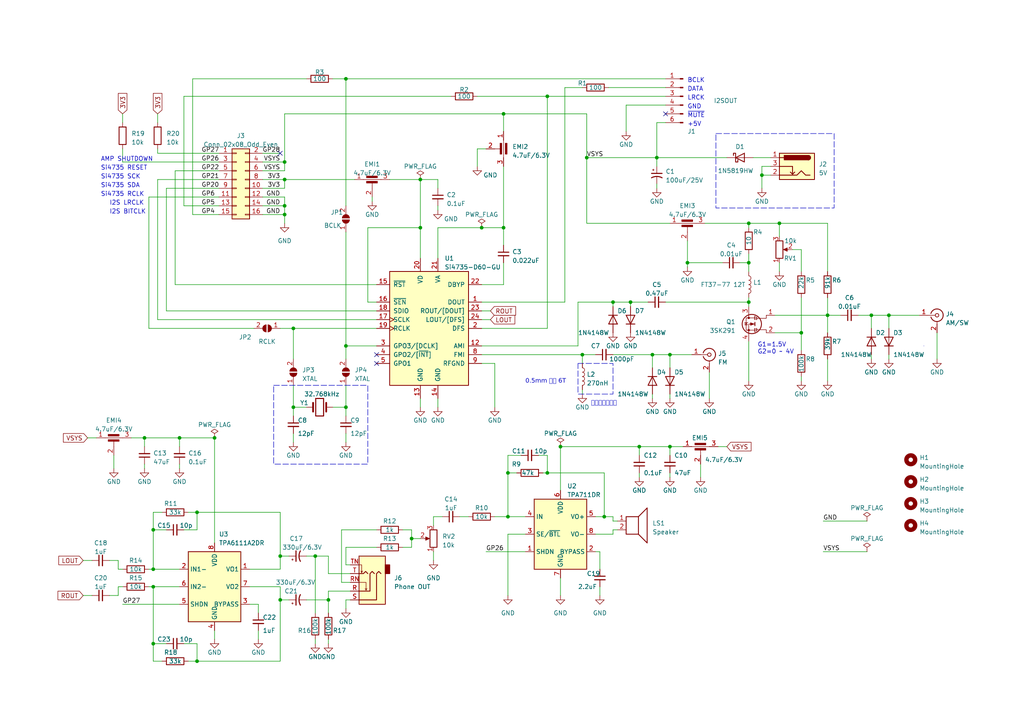
<source format=kicad_sch>
(kicad_sch (version 20230121) (generator eeschema)
  (paper "A4")
  (title_block (title "SI4735 DSP RADIO RF BOARD") (date "2023/3/18") (rev "0.1") (company "JP3SRS Masahiro Kusunoki"))
  (lib_symbols
    (symbol "Connector:Barrel_Jack_Switch" (pin_names hide)
      (property "Reference" "J" (at 0 5.334 0))
      (property "Value" "Barrel_Jack_Switch" (at 0 -5.08 0))
      (symbol "Barrel_Jack_Switch_1_1"
        (pin passive line (at 7.62 2.54 180) (length 2.54) (name "~") (number "1"))
        (pin passive line (at 7.62 -2.54 180) (length 2.54) (name "~") (number "2"))
        (pin passive line (at 7.62 0 180) (length 2.54) (name "~") (number "3"))
      )
    )
    (symbol "Connector:Conn_01x06_Pin" (pin_names (offset 1.016) hide)
      (property "Reference" "J" (at 0 7.62 0))
      (property "Value" "Conn_01x06_Pin" (at 0 -10.16 0))
      (symbol "Conn_01x06_Pin_1_1"
        (pin passive line (at 5.08 5.08 180) (length 3.81) (name "Pin_1") (number "1"))
        (pin passive line (at 5.08 2.54 180) (length 3.81) (name "Pin_2") (number "2"))
        (pin passive line (at 5.08 0 180) (length 3.81) (name "Pin_3") (number "3"))
        (pin passive line (at 5.08 -2.54 180) (length 3.81) (name "Pin_4") (number "4"))
        (pin passive line (at 5.08 -5.08 180) (length 3.81) (name "Pin_5") (number "5"))
        (pin passive line (at 5.08 -7.62 180) (length 3.81) (name "Pin_6") (number "6"))
      )
    )
    (symbol "Connector:Conn_Coaxial" (pin_names (offset 1.016) hide)
      (property "Reference" "J" (at 0.254 3.048 0))
      (property "Value" "Conn_Coaxial" (at 2.921 0 90))
      (symbol "Conn_Coaxial_1_1"
        (pin passive line (at -5.08 0 0) (length 2.54) (name "In") (number "1"))
        (pin passive line (at 0 -5.08 90) (length 2.54) (name "Ext") (number "2"))
      )
    )
    (symbol "Connector_Audio:AudioJack3_SwitchTR"
      (property "Reference" "J" (at 0 8.89 0))
      (property "Value" "AudioJack3_SwitchTR" (at 0 6.35 0))
      (symbol "AudioJack3_SwitchTR_1_1"
        (pin passive line (at 5.08 0 180) (length 2.54) (name "~") (number "R"))
        (pin passive line (at 5.08 -2.54 180) (length 2.54) (name "~") (number "RN"))
        (pin passive line (at 5.08 2.54 180) (length 2.54) (name "~") (number "S"))
        (pin passive line (at 5.08 -5.08 180) (length 2.54) (name "~") (number "T"))
        (pin passive line (at 5.08 -7.62 180) (length 2.54) (name "~") (number "TN"))
      )
    )
    (symbol "Connector_Generic:Conn_02x08_Odd_Even" (pin_names (offset 1.016) hide)
      (property "Reference" "J" (at 1.27 10.16 0))
      (property "Value" "Conn_02x08_Odd_Even" (at 1.27 -12.7 0))
      (symbol "Conn_02x08_Odd_Even_1_1"
        (pin passive line (at -5.08 7.62 0) (length 3.81) (name "Pin_1") (number "1"))
        (pin passive line (at 7.62 -2.54 180) (length 3.81) (name "Pin_10") (number "10"))
        (pin passive line (at -5.08 -5.08 0) (length 3.81) (name "Pin_11") (number "11"))
        (pin passive line (at 7.62 -5.08 180) (length 3.81) (name "Pin_12") (number "12"))
        (pin passive line (at -5.08 -7.62 0) (length 3.81) (name "Pin_13") (number "13"))
        (pin passive line (at 7.62 -7.62 180) (length 3.81) (name "Pin_14") (number "14"))
        (pin passive line (at -5.08 -10.16 0) (length 3.81) (name "Pin_15") (number "15"))
        (pin passive line (at 7.62 -10.16 180) (length 3.81) (name "Pin_16") (number "16"))
        (pin passive line (at 7.62 7.62 180) (length 3.81) (name "Pin_2") (number "2"))
        (pin passive line (at -5.08 5.08 0) (length 3.81) (name "Pin_3") (number "3"))
        (pin passive line (at 7.62 5.08 180) (length 3.81) (name "Pin_4") (number "4"))
        (pin passive line (at -5.08 2.54 0) (length 3.81) (name "Pin_5") (number "5"))
        (pin passive line (at 7.62 2.54 180) (length 3.81) (name "Pin_6") (number "6"))
        (pin passive line (at -5.08 0 0) (length 3.81) (name "Pin_7") (number "7"))
        (pin passive line (at 7.62 0 180) (length 3.81) (name "Pin_8") (number "8"))
        (pin passive line (at -5.08 -2.54 0) (length 3.81) (name "Pin_9") (number "9"))
      )
    )
    (symbol "Device:C_Polarized_Small_US" (pin_numbers hide) (pin_names (offset 0.254) hide)
      (property "Reference" "C" (at 0.254 1.778 0))
      (property "Value" "C_Polarized_Small_US" (at 0.254 -2.032 0))
      (symbol "C_Polarized_Small_US_1_1"
        (pin passive line (at 0 2.54 270) (length 2.032) (name "~") (number "1"))
        (pin passive line (at 0 -2.54 90) (length 2.032) (name "~") (number "2"))
      )
    )
    (symbol "Device:C_Small" (pin_numbers hide) (pin_names (offset 0.254) hide)
      (property "Reference" "C" (at 0.254 1.778 0))
      (property "Value" "C_Small" (at 0.254 -2.032 0))
      (symbol "C_Small_1_1"
        (pin passive line (at 0 2.54 270) (length 2.032) (name "~") (number "1"))
        (pin passive line (at 0 -2.54 90) (length 2.032) (name "~") (number "2"))
      )
    )
    (symbol "Device:Crystal" (pin_numbers hide) (pin_names (offset 1.016) hide)
      (property "Reference" "Y" (at 0 3.81 0))
      (property "Value" "Crystal" (at 0 -3.81 0))
      (symbol "Crystal_1_1"
        (pin passive line (at -3.81 0 0) (length 1.27) (name "1") (number "1"))
        (pin passive line (at 3.81 0 180) (length 1.27) (name "2") (number "2"))
      )
    )
    (symbol "Device:Filter_EMI_C" (pin_names (offset 0.254) hide)
      (property "Reference" "C" (at 0 7.62 0))
      (property "Value" "Filter_EMI_C" (at 0 5.715 0))
      (symbol "Filter_EMI_C_1_1"
        (pin passive line (at -5.08 2.54 0) (length 2.54) (name "1") (number "1"))
        (pin passive line (at 0 -2.54 90) (length 2.54) (name "2") (number "2"))
        (pin passive line (at 5.08 2.54 180) (length 2.54) (name "3") (number "3"))
      )
    )
    (symbol "Device:L" (pin_numbers hide) (pin_names (offset 1.016) hide)
      (property "Reference" "L" (at -1.27 0 90))
      (property "Value" "L" (at 1.905 0 90))
      (symbol "L_1_1"
        (pin passive line (at 0 3.81 270) (length 1.27) (name "1") (number "1"))
        (pin passive line (at 0 -3.81 90) (length 1.27) (name "2") (number "2"))
      )
    )
    (symbol "Device:R" (pin_numbers hide) (pin_names (offset 0))
      (property "Reference" "R" (at 2.032 0 90))
      (property "Value" "R" (at 0 0 90))
      (symbol "R_1_1"
        (pin passive line (at 0 3.81 270) (length 1.27) (name "~") (number "1"))
        (pin passive line (at 0 -3.81 90) (length 1.27) (name "~") (number "2"))
      )
    )
    (symbol "Device:R_Potentiometer" (pin_names (offset 1.016) hide)
      (property "Reference" "RV" (at -4.445 0 90))
      (property "Value" "R_Potentiometer" (at -2.54 0 90))
      (symbol "R_Potentiometer_1_1"
        (pin passive line (at 0 3.81 270) (length 1.27) (name "1") (number "1"))
        (pin passive line (at 3.81 0 180) (length 1.27) (name "2") (number "2"))
        (pin passive line (at 0 -3.81 90) (length 1.27) (name "3") (number "3"))
      )
    )
    (symbol "Device:Speaker" (pin_names (offset 0) hide)
      (property "Reference" "LS" (at 1.27 5.715 0))
      (property "Value" "Speaker" (at 1.27 3.81 0))
      (symbol "Speaker_1_1"
        (pin input line (at -5.08 0 0) (length 2.54) (name "1") (number "1"))
        (pin input line (at -5.08 -2.54 0) (length 2.54) (name "2") (number "2"))
      )
    )
    (symbol "Diode:1N4148" (pin_numbers hide) (pin_names hide)
      (property "Reference" "D" (at 0 2.54 0))
      (property "Value" "1N4148" (at 0 -2.54 0))
      (symbol "1N4148_1_1"
        (pin passive line (at -3.81 0 0) (length 2.54) (name "K") (number "1"))
        (pin passive line (at 3.81 0 180) (length 2.54) (name "A") (number "2"))
      )
    )
    (symbol "Diode:1N5819WS" (pin_numbers hide) (pin_names (offset 1.016) hide)
      (property "Reference" "D" (at 0 2.54 0))
      (property "Value" "1N5819WS" (at 0 -2.54 0))
      (symbol "1N5819WS_1_1"
        (pin passive line (at -3.81 0 0) (length 2.54) (name "K") (number "1"))
        (pin passive line (at 3.81 0 180) (length 2.54) (name "A") (number "2"))
      )
    )
    (symbol "Jumper:SolderJumper_2_Open" (pin_names (offset 0) hide)
      (property "Reference" "JP" (at 0 2.032 0))
      (property "Value" "SolderJumper_2_Open" (at 0 -2.54 0))
      (symbol "SolderJumper_2_Open_1_1"
        (pin passive line (at -3.81 0 0) (length 2.54) (name "A") (number "1"))
        (pin passive line (at 3.81 0 180) (length 2.54) (name "B") (number "2"))
      )
    )
    (symbol "Mechanical:MountingHole" (pin_names (offset 1.016))
      (property "Reference" "H" (at 0 5.08 0))
      (property "Value" "MountingHole" (at 0 3.175 0))
    )
    (symbol "RF_AM_FM:Si4735-D60-GU" (pin_names (offset 1.016))
      (property "Reference" "U" (at -5.08 19.685 0))
      (property "Value" "Si4735-D60-GU" (at -5.08 17.78 0))
      (symbol "Si4735-D60-GU_1_1"
        (pin output line (at 15.24 7.62 180) (length 3.81) (name "DOUT") (number "1"))
        (pin no_connect line (at -5.08 -16.51 90) (length 3.81) hide (name "NC") (number "10"))
        (pin no_connect line (at 5.08 -16.51 90) (length 3.81) hide (name "NC") (number "11"))
        (pin input line (at 15.24 -5.08 180) (length 3.81) (name "AMI") (number "12"))
        (pin power_in line (at -2.54 -20.32 90) (length 3.81) (name "GND") (number "13"))
        (pin power_in line (at 2.54 -20.32 90) (length 3.81) (name "GND") (number "14"))
        (pin input line (at -15.24 12.7 0) (length 3.81) (name "~{RST}") (number "15"))
        (pin input line (at -15.24 7.62 0) (length 3.81) (name "~{SEN}") (number "16"))
        (pin input clock (at -15.24 2.54 0) (length 3.81) (name "SCLK") (number "17"))
        (pin bidirectional line (at -15.24 5.08 0) (length 3.81) (name "SDIO") (number "18"))
        (pin input clock (at -15.24 0 0) (length 3.81) (name "RCLK") (number "19"))
        (pin input line (at 15.24 0 180) (length 3.81) (name "DFS") (number "2"))
        (pin power_in line (at -2.54 20.32 270) (length 3.81) (name "VD") (number "20"))
        (pin power_in line (at 2.54 20.32 270) (length 3.81) (name "VA") (number "21"))
        (pin passive line (at 15.24 12.7 180) (length 3.81) (name "DBYP") (number "22"))
        (pin output line (at 15.24 5.08 180) (length 3.81) (name "ROUT/[DOUT]") (number "23"))
        (pin bidirectional line (at 15.24 2.54 180) (length 3.81) (name "LOUT/[DFS]") (number "24"))
        (pin bidirectional line (at -15.24 -5.08 0) (length 3.81) (name "GPO3/[DCLK]") (number "3"))
        (pin output line (at -15.24 -7.62 0) (length 3.81) (name "GPO2/[~{INT}]") (number "4"))
        (pin output line (at -15.24 -10.16 0) (length 3.81) (name "GPO1") (number "5"))
        (pin no_connect line (at -11.43 -12.7 0) (length 3.81) hide (name "NC") (number "6"))
        (pin no_connect line (at 11.43 -12.7 180) (length 3.81) hide (name "NC") (number "7"))
        (pin input line (at 15.24 -7.62 180) (length 3.81) (name "FMI") (number "8"))
        (pin power_in line (at 15.24 -10.16 180) (length 3.81) (name "RFGND") (number "9"))
      )
    )
    (symbol "_localSymbolLibrary:3SK291" (pin_names hide)
      (property "Reference" "Q" (at 5.08 1.905 0))
      (property "Value" "3SK291" (at 5.08 0 0))
      (symbol "3SK291_1_1"
        (pin passive line (at -5.08 2.54 0) (length 2.54) (name "G1") (number "1"))
        (pin passive line (at -5.08 -2.54 0) (length 2.54) (name "G2") (number "2"))
        (pin passive line (at 2.54 5.08 270) (length 2.54) (name "D") (number "3"))
        (pin passive line (at 2.54 -5.08 90) (length 2.54) (name "S") (number "4"))
      )
    )
    (symbol "_localSymbolLibrary:TPA6111A2DR"
      (property "Reference" "U" (at -6.35 11.43 0))
      (property "Value" "TPA6111A2DR" (at 6.35 11.43 0))
      (symbol "TPA6111A2DR_1_1"
        (pin output line (at 10.16 5.08 180) (length 2.54) (name "VO1") (number "1"))
        (pin input line (at -10.16 5.08 0) (length 2.54) (name "IN1-") (number "2"))
        (pin passive line (at 10.16 -5.08 180) (length 2.54) (name "BYPASS") (number "3"))
        (pin passive line (at 0 -12.7 90) (length 2.54) hide (name "GND") (number "4"))
        (pin power_in line (at 0 -12.7 90) (length 2.54) (name "GND") (number "4"))
        (pin input line (at -10.16 -5.08 0) (length 2.54) (name "SHDN") (number "5"))
        (pin input line (at -10.16 0 0) (length 2.54) (name "IN2-") (number "6"))
        (pin output line (at 10.16 0 180) (length 2.54) (name "VO2") (number "7"))
        (pin power_in line (at 0 12.7 270) (length 2.54) (name "VDD") (number "8"))
      )
    )
    (symbol "_localSymbolLibrary:TPA711DR"
      (property "Reference" "U" (at -6.35 11.43 0))
      (property "Value" "TPA711DR" (at 6.35 11.43 0))
      (symbol "TPA711DR_1_1"
        (pin input line (at -10.16 -5.08 0) (length 2.54) (name "SHDN") (number "1"))
        (pin passive line (at 10.16 -5.08 180) (length 2.54) (name "BYPASS") (number "2"))
        (pin input line (at -10.16 0 0) (length 2.54) (name "SE/~{BTL}") (number "3"))
        (pin input line (at -10.16 5.08 0) (length 2.54) (name "IN") (number "4"))
        (pin output line (at 10.16 5.08 180) (length 2.54) (name "VO+") (number "5"))
        (pin power_in line (at 0 12.7 270) (length 2.54) (name "VDD") (number "6"))
        (pin passive line (at 0 -12.7 90) (length 2.54) hide (name "GND") (number "7"))
        (pin power_in line (at 0 -12.7 90) (length 2.54) (name "GND") (number "7"))
        (pin output line (at 10.16 0 180) (length 2.54) (name "VO-") (number "8"))
      )
    )
    (symbol "power:GND" (power) (pin_names (offset 0))
      (property "Value" "GND" (at 0 -3.81 0))
      (symbol "GND_1_1"
        (pin power_in line (at 0 0 270) (length 0) hide (name "GND") (number "1"))
      )
    )
    (symbol "power:PWR_FLAG" (power) (pin_numbers hide) (pin_names (offset 0) hide)
      (property "Value" "PWR_FLAG" (at 0 3.81 0))
      (symbol "PWR_FLAG_0_0"
        (pin power_out line (at 0 0 90) (length 0) (name "pwr") (number "1"))
      )
    )
  )
  (junction (at 57.15 191.77))
  (junction (at 147.32 137.16))
  (junction (at 62.23 127))
  (junction (at 121.92 66.04))
  (junction (at 41.91 127))
  (junction (at 82.55 59.69))
  (junction (at 232.41 96.52))
  (junction (at 119.38 156.21))
  (junction (at 44.45 153.67))
  (junction (at 139.7 66.04))
  (junction (at 257.81 91.44))
  (junction (at 146.05 33.02))
  (junction (at 226.06 64.77))
  (junction (at 121.92 52.07))
  (junction (at 190.5 45.72))
  (junction (at 82.55 52.07))
  (junction (at 158.75 137.16))
  (junction (at 44.45 165.1))
  (junction (at 57.15 148.59))
  (junction (at 252.73 91.44))
  (junction (at 170.18 45.72))
  (junction (at 95.25 173.99))
  (junction (at 177.8 87.63))
  (junction (at 85.09 118.11))
  (junction (at 52.07 127))
  (junction (at 199.39 76.2))
  (junction (at 194.31 102.87))
  (junction (at 100.33 100.33))
  (junction (at 168.91 102.87))
  (junction (at 162.56 129.54))
  (junction (at 240.03 91.44))
  (junction (at 81.28 173.99))
  (junction (at 82.55 46.99))
  (junction (at 220.98 50.8))
  (junction (at 44.45 170.18))
  (junction (at 217.17 87.63))
  (junction (at 91.44 161.29))
  (junction (at 146.05 66.04))
  (junction (at 85.09 95.25))
  (junction (at 81.28 161.29))
  (junction (at 82.55 62.23))
  (junction (at 147.32 149.86))
  (junction (at 217.17 64.77))
  (junction (at 185.42 129.54))
  (junction (at 158.75 27.94))
  (junction (at 194.31 129.54))
  (junction (at 189.23 102.87))
  (junction (at 100.33 118.11))
  (junction (at 217.17 76.2))
  (junction (at 44.45 186.69))
  (junction (at 100.33 22.86))
  (junction (at 175.26 149.86))
  (junction (at 182.88 87.63))
  (no_connect (at 109.22 102.87))
  (no_connect (at 81.28 44.45))
  (no_connect (at 193.04 33.02))
  (no_connect (at 109.22 105.41))
  (wire (pts (xy 232.41 78.74) (xy 232.41 72.39)))
  (wire (pts (xy 162.56 129.54) (xy 162.56 142.24)))
  (wire (pts (xy 199.39 76.2) (xy 209.55 76.2)))
  (wire (pts (xy 91.44 177.8) (xy 91.44 161.29)))
  (wire (pts (xy 199.39 76.2) (xy 199.39 69.85)))
  (wire (pts (xy 48.26 186.69) (xy 44.45 186.69)))
  (wire (pts (xy 170.18 45.72) (xy 190.5 45.72)))
  (wire (pts (xy 127 59.69) (xy 127 60.96)))
  (wire (pts (xy 179.07 151.13) (xy 177.8 151.13)))
  (wire (pts (xy 82.55 46.99) (xy 82.55 49.53)))
  (wire (pts (xy 81.28 148.59) (xy 57.15 148.59)))
  (wire (pts (xy 76.2 54.61) (xy 82.55 54.61)))
  (wire (pts (xy 52.07 127) (xy 52.07 129.54)))
  (wire (pts (xy 100.33 22.86) (xy 100.33 59.69)))
  (wire (pts (xy 121.92 52.07) (xy 121.92 66.04)))
  (wire (pts (xy 194.31 102.87) (xy 200.66 102.87)))
  (wire (pts (xy 173.99 170.18) (xy 173.99 172.72)))
  (wire (pts (xy 106.68 87.63) (xy 106.68 66.04)))
  (wire (pts (xy 101.6 166.37) (xy 95.25 166.37)))
  (wire (pts (xy 95.25 166.37) (xy 95.25 161.29)))
  (wire (pts (xy 146.05 33.02) (xy 170.18 33.02)))
  (wire (pts (xy 181.61 30.48) (xy 181.61 38.1)))
  (wire (pts (xy 127 52.07) (xy 127 54.61)))
  (wire (pts (xy 100.33 118.11) (xy 100.33 120.65)))
  (wire (pts (xy 34.29 165.1) (xy 35.56 165.1)))
  (wire (pts (xy 224.79 91.44) (xy 240.03 91.44)))
  (wire (pts (xy 46.99 191.77) (xy 44.45 191.77)))
  (wire (pts (xy 119.38 153.67) (xy 119.38 156.21)))
  (wire (pts (xy 76.2 57.15) (xy 82.55 57.15)))
  (wire (pts (xy 43.18 95.25) (xy 73.66 95.25)))
  (wire (pts (xy 119.38 158.75) (xy 116.84 158.75)))
  (wire (pts (xy 88.9 118.11) (xy 85.09 118.11)))
  (wire (pts (xy 139.7 87.63) (xy 163.83 87.63)))
  (wire (pts (xy 198.12 129.54) (xy 194.31 129.54)))
  (wire (pts (xy 158.75 27.94) (xy 158.75 95.25)))
  (wire (pts (xy 217.17 76.2) (xy 214.63 76.2)))
  (wire (pts (xy 35.56 43.18) (xy 35.56 46.99)))
  (wire (pts (xy 57.15 186.69) (xy 57.15 191.77)))
  (wire (pts (xy 252.73 91.44) (xy 257.81 91.44)))
  (wire (pts (xy 53.34 27.94) (xy 130.81 27.94)))
  (wire (pts (xy 88.9 173.99) (xy 95.25 173.99)))
  (wire (pts (xy 177.8 154.94) (xy 172.72 154.94)))
  (wire (pts (xy 44.45 148.59) (xy 44.45 153.67)))
  (wire (pts (xy 48.26 54.61) (xy 63.5 54.61)))
  (wire (pts (xy 232.41 86.36) (xy 232.41 96.52)))
  (wire (pts (xy 76.2 59.69) (xy 82.55 59.69)))
  (wire (pts (xy 127 115.57) (xy 127 118.11)))
  (wire (pts (xy 170.18 45.72) (xy 170.18 33.02)))
  (wire (pts (xy 217.17 73.66) (xy 217.17 76.2)))
  (wire (pts (xy 149.86 137.16) (xy 147.32 137.16)))
  (wire (pts (xy 100.33 111.76) (xy 100.33 118.11)))
  (wire (pts (xy 45.72 33.02) (xy 45.72 35.56)))
  (wire (pts (xy 76.2 49.53) (xy 82.55 49.53)))
  (wire (pts (xy 142.24 90.17) (xy 139.7 90.17)))
  (wire (pts (xy 179.07 153.67) (xy 177.8 153.67)))
  (wire (pts (xy 55.88 22.86) (xy 55.88 62.23)))
  (wire (pts (xy 156.21 132.08) (xy 158.75 132.08)))
  (wire (pts (xy 238.76 160.02) (xy 251.46 160.02)))
  (wire (pts (xy 138.43 27.94) (xy 158.75 27.94)))
  (wire (pts (xy 101.6 163.83) (xy 100.33 163.83)))
  (wire (pts (xy 85.09 125.73) (xy 85.09 128.27)))
  (wire (pts (xy 226.06 68.58) (xy 226.06 64.77)))
  (wire (pts (xy 167.64 87.63) (xy 167.64 100.33)))
  (wire (pts (xy 100.33 67.31) (xy 100.33 100.33)))
  (wire (pts (xy 113.03 52.07) (xy 121.92 52.07)))
  (wire (pts (xy 96.52 118.11) (xy 100.33 118.11)))
  (wire (pts (xy 190.5 48.26) (xy 190.5 45.72)))
  (wire (pts (xy 152.4 160.02) (xy 140.97 160.02)))
  (wire (pts (xy 102.87 52.07) (xy 82.55 52.07)))
  (wire (pts (xy 24.13 162.56) (xy 26.67 162.56)))
  (wire (pts (xy 139.7 105.41) (xy 143.51 105.41)))
  (wire (pts (xy 147.32 149.86) (xy 143.51 149.86)))
  (wire (pts (xy 62.23 127) (xy 62.23 157.48)))
  (wire (pts (xy 223.52 45.72) (xy 218.44 45.72)))
  (wire (pts (xy 173.99 160.02) (xy 173.99 165.1)))
  (wire (pts (xy 91.44 185.42) (xy 91.44 186.69)))
  (wire (pts (xy 101.6 171.45) (xy 95.25 171.45)))
  (wire (pts (xy 199.39 77.47) (xy 199.39 76.2)))
  (wire (pts (xy 95.25 171.45) (xy 95.25 173.99)))
  (wire (pts (xy 76.2 52.07) (xy 82.55 52.07)))
  (wire (pts (xy 162.56 167.64) (xy 162.56 172.72)))
  (wire (pts (xy 185.42 137.16) (xy 185.42 138.43)))
  (wire (pts (xy 44.45 186.69) (xy 44.45 191.77)))
  (wire (pts (xy 240.03 104.14) (xy 240.03 110.49)))
  (wire (pts (xy 83.82 161.29) (xy 81.28 161.29)))
  (wire (pts (xy 224.79 96.52) (xy 232.41 96.52)))
  (wire (pts (xy 82.55 33.02) (xy 82.55 46.99)))
  (wire (pts (xy 88.9 22.86) (xy 55.88 22.86)))
  (wire (pts (xy 99.06 153.67) (xy 99.06 168.91)))
  (wire (pts (xy 82.55 59.69) (xy 82.55 62.23)))
  (wire (pts (xy 151.13 132.08) (xy 147.32 132.08)))
  (wire (pts (xy 177.8 88.9) (xy 177.8 87.63)))
  (wire (pts (xy 121.92 118.11) (xy 121.92 115.57)))
  (wire (pts (xy 109.22 87.63) (xy 106.68 87.63)))
  (wire (pts (xy 168.91 105.41) (xy 168.91 102.87)))
  (wire (pts (xy 50.8 82.55) (xy 109.22 82.55)))
  (wire (pts (xy 74.93 175.26) (xy 74.93 177.8)))
  (wire (pts (xy 25.4 127) (xy 27.94 127)))
  (wire (pts (xy 62.23 182.88) (xy 62.23 185.42)))
  (wire (pts (xy 252.73 95.25) (xy 252.73 91.44)))
  (wire (pts (xy 33.02 132.08) (xy 33.02 135.89)))
  (wire (pts (xy 50.8 49.53) (xy 63.5 49.53)))
  (wire (pts (xy 182.88 87.63) (xy 177.8 87.63)))
  (wire (pts (xy 204.47 64.77) (xy 217.17 64.77)))
  (wire (pts (xy 48.26 90.17) (xy 109.22 90.17)))
  (wire (pts (xy 88.9 161.29) (xy 91.44 161.29)))
  (wire (pts (xy 194.31 106.68) (xy 194.31 102.87)))
  (wire (pts (xy 189.23 102.87) (xy 177.8 102.87)))
  (wire (pts (xy 46.99 148.59) (xy 44.45 148.59)))
  (wire (pts (xy 243.84 91.44) (xy 240.03 91.44)))
  (wire (pts (xy 81.28 148.59) (xy 81.28 161.29)))
  (wire (pts (xy 76.2 44.45) (xy 81.28 44.45)))
  (wire (pts (xy 55.88 62.23) (xy 63.5 62.23)))
  (wire (pts (xy 109.22 153.67) (xy 99.06 153.67)))
  (wire (pts (xy 217.17 87.63) (xy 217.17 88.9)))
  (wire (pts (xy 194.31 132.08) (xy 194.31 129.54)))
  (wire (pts (xy 31.75 172.72) (xy 34.29 172.72)))
  (wire (pts (xy 146.05 82.55) (xy 139.7 82.55)))
  (wire (pts (xy 189.23 106.68) (xy 189.23 102.87)))
  (wire (pts (xy 205.74 107.95) (xy 205.74 115.57)))
  (wire (pts (xy 217.17 64.77) (xy 217.17 66.04)))
  (wire (pts (xy 125.73 149.86) (xy 125.73 152.4)))
  (wire (pts (xy 158.75 95.25) (xy 139.7 95.25)))
  (wire (pts (xy 53.34 186.69) (xy 57.15 186.69)))
  (wire (pts (xy 147.32 137.16) (xy 147.32 149.86)))
  (wire (pts (xy 95.25 185.42) (xy 95.25 186.69)))
  (wire (pts (xy 163.83 87.63) (xy 163.83 25.4)))
  (wire (pts (xy 152.4 154.94) (xy 147.32 154.94)))
  (wire (pts (xy 81.28 161.29) (xy 81.28 165.1)))
  (wire (pts (xy 232.41 109.22) (xy 232.41 110.49)))
  (wire (pts (xy 210.82 129.54) (xy 208.28 129.54)))
  (wire (pts (xy 147.32 154.94) (xy 147.32 172.72)))
  (wire (pts (xy 101.6 173.99) (xy 100.33 173.99)))
  (wire (pts (xy 91.44 161.29) (xy 95.25 161.29)))
  (wire (pts (xy 240.03 91.44) (xy 240.03 96.52)))
  (wire (pts (xy 96.52 22.86) (xy 100.33 22.86)))
  (wire (pts (xy 139.7 102.87) (xy 168.91 102.87)))
  (wire (pts (xy 44.45 153.67) (xy 48.26 153.67)))
  (wire (pts (xy 146.05 71.12) (xy 146.05 66.04)))
  (wire (pts (xy 38.1 127) (xy 41.91 127)))
  (wire (pts (xy 147.32 132.08) (xy 147.32 137.16)))
  (wire (pts (xy 187.96 87.63) (xy 182.88 87.63)))
  (wire (pts (xy 193.04 87.63) (xy 217.17 87.63)))
  (wire (pts (xy 35.56 33.02) (xy 35.56 35.56)))
  (wire (pts (xy 116.84 153.67) (xy 119.38 153.67)))
  (wire (pts (xy 193.04 27.94) (xy 158.75 27.94)))
  (wire (pts (xy 257.81 91.44) (xy 266.7 91.44)))
  (wire (pts (xy 81.28 170.18) (xy 72.39 170.18)))
  (wire (pts (xy 142.24 92.71) (xy 139.7 92.71)))
  (wire (pts (xy 81.28 173.99) (xy 81.28 170.18)))
  (wire (pts (xy 100.33 158.75) (xy 109.22 158.75)))
  (wire (pts (xy 217.17 99.06) (xy 217.17 110.49)))
  (wire (pts (xy 106.68 66.04) (xy 121.92 66.04)))
  (wire (pts (xy 181.61 30.48) (xy 193.04 30.48)))
  (wire (pts (xy 45.72 52.07) (xy 63.5 52.07)))
  (wire (pts (xy 81.28 95.25) (xy 85.09 95.25)))
  (wire (pts (xy 185.42 129.54) (xy 185.42 132.08)))
  (wire (pts (xy 44.45 153.67) (xy 44.45 165.1)))
  (wire (pts (xy 57.15 148.59) (xy 57.15 153.67)))
  (wire (pts (xy 34.29 170.18) (xy 35.56 170.18)))
  (wire (pts (xy 52.07 134.62) (xy 52.07 135.89)))
  (wire (pts (xy 125.73 160.02) (xy 125.73 162.56)))
  (wire (pts (xy 271.78 96.52) (xy 271.78 104.14)))
  (wire (pts (xy 238.76 151.13) (xy 251.46 151.13)))
  (wire (pts (xy 34.29 172.72) (xy 34.29 170.18)))
  (wire (pts (xy 48.26 54.61) (xy 48.26 90.17)))
  (wire (pts (xy 127 66.04) (xy 127 74.93)))
  (wire (pts (xy 158.75 137.16) (xy 157.48 137.16)))
  (wire (pts (xy 232.41 96.52) (xy 232.41 101.6)))
  (wire (pts (xy 177.8 87.63) (xy 167.64 87.63)))
  (wire (pts (xy 101.6 168.91) (xy 99.06 168.91)))
  (wire (pts (xy 220.98 50.8) (xy 220.98 54.61)))
  (wire (pts (xy 121.92 52.07) (xy 127 52.07)))
  (wire (pts (xy 41.91 134.62) (xy 41.91 135.89)))
  (wire (pts (xy 194.31 64.77) (xy 170.18 64.77)))
  (wire (pts (xy 138.43 43.18) (xy 138.43 48.26)))
  (wire (pts (xy 170.18 64.77) (xy 170.18 45.72)))
  (wire (pts (xy 44.45 165.1) (xy 52.07 165.1)))
  (wire (pts (xy 193.04 35.56) (xy 190.5 35.56)))
  (wire (pts (xy 85.09 104.14) (xy 85.09 95.25)))
  (wire (pts (xy 100.33 125.73) (xy 100.33 128.27)))
  (wire (pts (xy 146.05 66.04) (xy 139.7 66.04)))
  (wire (pts (xy 100.33 163.83) (xy 100.33 158.75)))
  (wire (pts (xy 182.88 88.9) (xy 182.88 87.63)))
  (wire (pts (xy 43.18 57.15) (xy 63.5 57.15)))
  (wire (pts (xy 85.09 118.11) (xy 85.09 120.65)))
  (wire (pts (xy 172.72 149.86) (xy 175.26 149.86)))
  (wire (pts (xy 175.26 137.16) (xy 158.75 137.16)))
  (wire (pts (xy 35.56 46.99) (xy 63.5 46.99)))
  (wire (pts (xy 121.92 74.93) (xy 121.92 66.04)))
  (wire (pts (xy 82.55 62.23) (xy 82.55 64.77)))
  (wire (pts (xy 226.06 64.77) (xy 240.03 64.77)))
  (wire (pts (xy 194.31 137.16) (xy 194.31 138.43)))
  (wire (pts (xy 41.91 129.54) (xy 41.91 127)))
  (wire (pts (xy 190.5 35.56) (xy 190.5 45.72)))
  (wire (pts (xy 146.05 38.1) (xy 146.05 33.02)))
  (wire (pts (xy 223.52 50.8) (xy 220.98 50.8)))
  (wire (pts (xy 146.05 82.55) (xy 146.05 76.2)))
  (wire (pts (xy 44.45 170.18) (xy 44.45 186.69)))
  (wire (pts (xy 173.99 160.02) (xy 172.72 160.02)))
  (wire (pts (xy 176.53 25.4) (xy 193.04 25.4)))
  (wire (pts (xy 185.42 129.54) (xy 162.56 129.54)))
  (wire (pts (xy 100.33 173.99) (xy 100.33 176.53)))
  (wire (pts (xy 140.97 43.18) (xy 138.43 43.18)))
  (wire (pts (xy 217.17 64.77) (xy 226.06 64.77)))
  (wire (pts (xy 85.09 95.25) (xy 109.22 95.25)))
  (wire (pts (xy 107.95 57.15) (xy 107.95 58.42)))
  (wire (pts (xy 257.81 95.25) (xy 257.81 91.44)))
  (wire (pts (xy 158.75 132.08) (xy 158.75 137.16)))
  (wire (pts (xy 252.73 91.44) (xy 248.92 91.44)))
  (wire (pts (xy 52.07 127) (xy 62.23 127)))
  (wire (pts (xy 252.73 102.87) (xy 252.73 104.14)))
  (wire (pts (xy 95.25 177.8) (xy 95.25 173.99)))
  (wire (pts (xy 82.55 57.15) (xy 82.55 59.69)))
  (wire (pts (xy 163.83 25.4) (xy 168.91 25.4)))
  (wire (pts (xy 85.09 111.76) (xy 85.09 118.11)))
  (wire (pts (xy 81.28 191.77) (xy 57.15 191.77)))
  (wire (pts (xy 43.18 170.18) (xy 44.45 170.18)))
  (wire (pts (xy 125.73 149.86) (xy 128.27 149.86)))
  (wire (pts (xy 143.51 105.41) (xy 143.51 118.11)))
  (wire (pts (xy 217.17 86.36) (xy 217.17 87.63)))
  (wire (pts (xy 45.72 44.45) (xy 45.72 43.18)))
  (wire (pts (xy 53.34 27.94) (xy 53.34 59.69)))
  (wire (pts (xy 82.55 54.61) (xy 82.55 52.07)))
  (wire (pts (xy 177.8 153.67) (xy 177.8 154.94)))
  (wire (pts (xy 226.06 76.2) (xy 226.06 78.74)))
  (wire (pts (xy 168.91 113.03) (xy 168.91 114.3)))
  (wire (pts (xy 223.52 48.26) (xy 220.98 48.26)))
  (wire (pts (xy 240.03 78.74) (xy 240.03 64.77)))
  (wire (pts (xy 133.35 149.86) (xy 135.89 149.86)))
  (wire (pts (xy 257.81 102.87) (xy 257.81 104.14)))
  (wire (pts (xy 147.32 149.86) (xy 152.4 149.86)))
  (wire (pts (xy 190.5 53.34) (xy 190.5 54.61)))
  (wire (pts (xy 121.92 156.21) (xy 119.38 156.21)))
  (wire (pts (xy 232.41 72.39) (xy 229.87 72.39)))
  (wire (pts (xy 100.33 22.86) (xy 193.04 22.86)))
  (wire (pts (xy 35.56 175.26) (xy 52.07 175.26)))
  (wire (pts (xy 82.55 33.02) (xy 146.05 33.02)))
  (wire (pts (xy 76.2 46.99) (xy 82.55 46.99)))
  (wire (pts (xy 72.39 175.26) (xy 74.93 175.26)))
  (wire (pts (xy 119.38 156.21) (xy 119.38 158.75)))
  (wire (pts (xy 83.82 173.99) (xy 81.28 173.99)))
  (wire (pts (xy 194.31 102.87) (xy 189.23 102.87)))
  (wire (pts (xy 74.93 182.88) (xy 74.93 185.42)))
  (wire (pts (xy 168.91 102.87) (xy 172.72 102.87)))
  (wire (pts (xy 220.98 48.26) (xy 220.98 50.8)))
  (wire (pts (xy 43.18 165.1) (xy 44.45 165.1)))
  (wire (pts (xy 34.29 162.56) (xy 34.29 165.1)))
  (wire (pts (xy 146.05 66.04) (xy 146.05 48.26)))
  (wire (pts (xy 189.23 114.3) (xy 189.23 115.57)))
  (wire (pts (xy 194.31 114.3) (xy 194.31 115.57)))
  (wire (pts (xy 45.72 44.45) (xy 63.5 44.45)))
  (wire (pts (xy 50.8 82.55) (xy 50.8 49.53)))
  (wire (pts (xy 217.17 76.2) (xy 217.17 78.74)))
  (wire (pts (xy 43.18 57.15) (xy 43.18 95.25)))
  (wire (pts (xy 41.91 127) (xy 52.07 127)))
  (wire (pts (xy 57.15 191.77) (xy 54.61 191.77)))
  (wire (pts (xy 31.75 162.56) (xy 34.29 162.56)))
  (wire (pts (xy 100.33 100.33) (xy 109.22 100.33)))
  (wire (pts (xy 81.28 191.77) (xy 81.28 173.99)))
  (wire (pts (xy 194.31 129.54) (xy 185.42 129.54)))
  (wire (pts (xy 76.2 62.23) (xy 82.55 62.23)))
  (wire (pts (xy 190.5 45.72) (xy 210.82 45.72)))
  (wire (pts (xy 240.03 86.36) (xy 240.03 91.44)))
  (wire (pts (xy 53.34 59.69) (xy 63.5 59.69)))
  (wire (pts (xy 100.33 100.33) (xy 100.33 104.14)))
  (wire (pts (xy 53.34 153.67) (xy 57.15 153.67)))
  (wire (pts (xy 175.26 137.16) (xy 175.26 149.86)))
  (wire (pts (xy 45.72 92.71) (xy 109.22 92.71)))
  (wire (pts (xy 177.8 149.86) (xy 175.26 149.86)))
  (wire (pts (xy 45.72 92.71) (xy 45.72 52.07)))
  (wire (pts (xy 177.8 151.13) (xy 177.8 149.86)))
  (wire (pts (xy 139.7 100.33) (xy 167.64 100.33)))
  (wire (pts (xy 44.45 170.18) (xy 52.07 170.18)))
  (wire (pts (xy 203.2 134.62) (xy 203.2 138.43)))
  (wire (pts (xy 24.13 172.72) (xy 26.67 172.72)))
  (wire (pts (xy 139.7 66.04) (xy 127 66.04)))
  (wire (pts (xy 54.61 148.59) (xy 57.15 148.59)))
  (wire (pts (xy 81.28 165.1) (xy 72.39 165.1)))
  (rectangle (start 79.375 111.76) (end 106.68 134.62) (stroke (width 0) (type dash)))
  (rectangle (start 167.64 105.41) (end 177.8 114.3) (stroke (width 0) (type dash)))
  (rectangle (start 207.645 38.735) (end 241.935 60.325) (stroke (width 0) (type dash)))
  (rectangle (start 267.97 100.33) (end 267.97 100.33))
  (text "G1=1.5V\nG2=0 ~ 4V" (at 219.71 102.87 0) (effects (font (size 1.27 1.27)) (justify left bottom)))
  (text "LRCK" (at 199.39 29.21 0) (effects (font (size 1.27 1.27)) (justify left bottom)))
  (text "GND" (at 199.39 31.75 0) (effects (font (size 1.27 1.27)) (justify left bottom)))
  (text "Si4735 RESET" (at 29.21 49.53 0) (effects (font (size 1.27 1.27)) (justify left bottom)))
  (text "ロッドアンテナ" (at 171.45 118.11 0) (effects (font (size 1.27 1.27)) (justify left bottom)))
  (text "DATA" (at 199.39 26.67 0) (effects (font (size 1.27 1.27)) (justify left bottom)))
  (text "I2S BITCLK" (at 31.75 62.23 0) (effects (font (size 1.27 1.27)) (justify left bottom)))
  (text "+5V" (at 199.39 36.83 0) (effects (font (size 1.27 1.27)) (justify left bottom)))
  (text "Si4735 SCK" (at 29.21 52.07 0) (effects (font (size 1.27 1.27)) (justify left bottom)))
  (text "Si4735 RCLK" (at 29.21 57.15 0) (effects (font (size 1.27 1.27)) (justify left bottom)))
  (text "~{MUTE}" (at 199.39 34.29 0) (effects (font (size 1.27 1.27)) (justify left bottom)))
  (text "BCLK" (at 199.39 24.13 0) (effects (font (size 1.27 1.27)) (justify left bottom)))
  (text "0.5mm 鉛筆 6T" (at 152.4 111.76 0) (effects (font (size 1.27 1.27)) (justify left bottom)))
  (text "Si4735 SDA" (at 29.21 54.61 0) (effects (font (size 1.27 1.27)) (justify left bottom)))
  (text "AMP SHUTDOWN" (at 29.21 46.99 0) (effects (font (size 1.27 1.27)) (justify left bottom)))
  (text "I2S LRCLK" (at 31.75 59.69 0) (effects (font (size 1.27 1.27)) (justify left bottom)))
  (label "3V3" (at 81.28 52.07 180))
  (label "GP4" (at 58.42 62.23 0))
  (label "VSYS" (at 81.28 49.53 180))
  (label "VSYS" (at 81.28 46.99 180))
  (label "GND" (at 81.28 59.69 180))
  (label "GP26" (at 58.42 46.99 0))
  (label "GND" (at 238.76 151.13 0))
  (label "GP6" (at 58.42 57.15 0))
  (label "GP5" (at 58.42 59.69 0))
  (label "VSYS" (at 170.18 45.72 0))
  (label "GP20" (at 58.42 54.61 0))
  (label "GP27" (at 58.42 44.45 0))
  (label "GP21" (at 58.42 52.07 0))
  (label "GP26" (at 140.97 160.02 0))
  (label "GP28" (at 81.28 44.45 180))
  (label "3V3" (at 81.28 54.61 180))
  (label "VSYS" (at 238.76 160.02 0))
  (label "GP27" (at 35.56 175.26 0))
  (label "GND" (at 81.28 57.15 180))
  (label "GND" (at 81.28 62.23 180))
  (label "GP22" (at 58.42 49.53 0))
  (global_label "ROUT" (shape input) (at 142.24 90.17 0) (property "Intersheetrefs" "${INTERSHEET_REFS}" (effects hide)))
  (global_label "VSYS" (shape input) (at 25.4 127 180) (property "Intersheetrefs" "${INTERSHEET_REFS}" (effects hide)))
  (global_label "LOUT" (shape input) (at 24.13 162.56 180) (property "Intersheetrefs" "${INTERSHEET_REFS}" (effects hide)))
  (global_label "3V3" (shape input) (at 35.56 33.02 90) (property "Intersheetrefs" "${INTERSHEET_REFS}" (effects hide)))
  (global_label "VSYS" (shape input) (at 210.82 129.54 0) (property "Intersheetrefs" "${INTERSHEET_REFS}" (effects hide)))
  (global_label "ROUT" (shape input) (at 24.13 172.72 180) (property "Intersheetrefs" "${INTERSHEET_REFS}" (effects hide)))
  (global_label "LOUT" (shape input) (at 142.24 92.71 0) (property "Intersheetrefs" "${INTERSHEET_REFS}" (effects hide)))
  (global_label "3V3" (shape input) (at 45.72 33.02 90) (property "Intersheetrefs" "${INTERSHEET_REFS}" (effects hide)))
  (symbol (lib_id "Device:R") (at 113.03 153.67 90) (unit 1)
    (property "Reference" "R12" (at 113.03 151.13 90))
    (property "Value" "1k" (at 113.03 153.67 90))
    (property "Footprint" "Resistor_SMD:R_0603_1608Metric_Pad0.98x0.95mm_HandSolder" (effects hide))
  )
  (symbol (lib_id "Device:C_Small") (at 29.21 172.72 90) (unit 1)
    (property "Reference" "C20" (at 29.2163 167.64 90))
    (property "Value" "1uF" (at 29.2163 170.18 90))
    (property "Footprint" "Capacitor_SMD:C_0603_1608Metric_Pad1.08x0.95mm_HandSolder" (effects hide))
  )
  (symbol (lib_id "power:GND") (at 52.07 135.89 0) (unit 1)
    (property "Reference" "#PWR043" (effects hide))
    (property "Value" "GND" (at 52.07 139.7 0))
  )
  (symbol (lib_id "power:GND") (at 240.03 110.49 0) (unit 1)
    (property "Reference" "#PWR015" (effects hide))
    (property "Value" "GND" (at 240.03 114.3 0))
  )
  (symbol (lib_id "Device:R") (at 217.17 69.85 0) (unit 1)
    (property "Reference" "R4" (at 218.44 67.31 0) (effects (justify left)))
    (property "Value" "10" (at 217.17 71.12 90) (effects (justify left)))
    (property "Footprint" "Resistor_SMD:R_0603_1608Metric_Pad0.98x0.95mm_HandSolder" (effects hide))
  )
  (symbol (lib_id "Jumper:SolderJumper_2_Open") (at 85.09 107.95 90) (unit 1)
    (property "Reference" "JP3" (at 87.63 107.315 90) (effects (justify right)))
    (property "Value" "XTAL" (at 87.63 109.855 90) (effects (justify right)))
    (property "Footprint" "Jumper:SolderJumper-2_P1.3mm_Open_Pad1.0x1.5mm" (effects hide))
  )
  (symbol (lib_id "Device:C_Small") (at 127 57.15 0) (unit 1)
    (property "Reference" "C2" (at 129.54 56.5213 0) (effects (justify left)))
    (property "Value" "0.1uF" (at 129.54 59.0613 0) (effects (justify left)))
    (property "Footprint" "Capacitor_SMD:C_0603_1608Metric_Pad1.08x0.95mm_HandSolder" (effects hide))
  )
  (symbol (lib_id "Device:Crystal") (at 92.71 118.11 0) (unit 1)
    (property "Reference" "Y1" (at 88.265 116.84 0))
    (property "Value" "32.768kHz" (at 93.345 114.3 0))
    (property "Footprint" "_localFootprint:FC-135" (effects hide))
  )
  (symbol (lib_id "Device:C_Small") (at 52.07 132.08 180) (unit 1)
    (property "Reference" "C16" (at 54.61 131.4386 0) (effects (justify right)))
    (property "Value" "0.1uF" (at 54.61 133.9786 0) (effects (justify right)))
    (property "Footprint" "Capacitor_SMD:C_0603_1608Metric_Pad1.08x0.95mm_HandSolder" (effects hide))
  )
  (symbol (lib_id "Device:R") (at 91.44 181.61 0) (unit 1)
    (property "Reference" "R16" (at 86.36 182.88 0) (effects (justify left)))
    (property "Value" "100k" (at 91.44 184.15 90) (effects (justify left)))
    (property "Footprint" "Resistor_SMD:R_0603_1608Metric_Pad0.98x0.95mm_HandSolder" (effects hide))
  )
  (symbol (lib_id "Device:C_Small") (at 100.33 123.19 0) (unit 1)
    (property "Reference" "C9" (at 101.6 121.92 0) (effects (justify left)))
    (property "Value" "12pF" (at 101.6 125.73 0) (effects (justify left)))
    (property "Footprint" "Capacitor_SMD:C_0603_1608Metric_Pad1.08x0.95mm_HandSolder" (effects hide))
  )
  (symbol (lib_id "Connector_Audio:AudioJack3_SwitchTR") (at 106.68 171.45 180) (unit 1)
    (property "Reference" "J6" (at 114.3 167.64 0) (effects (justify right)))
    (property "Value" "Phone OUT" (at 114.3 170.18 0) (effects (justify right)))
    (property "Footprint" "_localFootprint:MJ-352W-0" (effects hide))
  )
  (symbol (lib_id "Device:C_Small") (at 185.42 134.62 180) (unit 1)
    (property "Reference" "C12" (at 186.69 132.08 0) (effects (justify right)))
    (property "Value" "0.1uF" (at 186.69 137.16 0) (effects (justify right)))
    (property "Footprint" "Capacitor_SMD:C_0603_1608Metric_Pad1.08x0.95mm_HandSolder" (effects hide))
  )
  (symbol (lib_id "Device:C_Polarized_Small_US") (at 190.5 50.8 0) (unit 1)
    (property "Reference" "C1" (at 193.04 49.7332 0) (effects (justify left)))
    (property "Value" "100uF/25V" (at 193.04 52.2732 0) (effects (justify left)))
    (property "Footprint" "Capacitor_SMD:CP_Elec_6.3x7.7" (effects hide))
  )
  (symbol (lib_id "power:GND") (at 271.78 104.14 0) (unit 1)
    (property "Reference" "#PWR020" (effects hide))
    (property "Value" "GND" (at 271.78 107.95 0))
  )
  (symbol (lib_id "Device:Filter_EMI_C") (at 33.02 129.54 0) (unit 1)
    (property "Reference" "EMI4" (at 33.02 121.92 0))
    (property "Value" "4.7uF/6.3V" (at 33.02 124.46 0))
    (property "Footprint" "_localFootprint:YFF18PC" (effects hide))
    (property "Datasheet" "http://www.murata.com/~/media/webrenewal/support/library/catalog/products/emc/emifil/c31e.ashx?la=en-gb" (effects hide))
  )
  (symbol (lib_id "power:GND") (at 100.33 176.53 0) (unit 1)
    (property "Reference" "#PWR029" (effects hide))
    (property "Value" "GND" (at 100.33 180.34 0))
  )
  (symbol (lib_id "Device:C_Small") (at 212.09 76.2 90) (unit 1)
    (property "Reference" "C4" (at 212.0963 71.12 90))
    (property "Value" "0.01uF" (at 212.0963 73.66 90))
    (property "Footprint" "Capacitor_SMD:C_0603_1608Metric_Pad1.08x0.95mm_HandSolder" (effects hide))
  )
  (symbol (lib_id "_localSymbolLibrary:TPA6111A2DR") (at 62.23 170.18 0) (unit 1)
    (property "Reference" "U3" (at 63.5 154.94 0) (effects (justify left)))
    (property "Value" "TPA6111A2DR" (at 63.5 157.48 0) (effects (justify left)))
    (property "Footprint" "Package_SO:SO-8_3.9x4.9mm_P1.27mm" (effects hide))
  )
  (symbol (lib_id "Connector:Barrel_Jack_Switch") (at 231.14 48.26 0) (mirror y) (unit 1)
    (property "Reference" "J2" (at 237.49 47.625 0) (effects (justify right)))
    (property "Value" "5V" (at 237.49 50.165 0) (effects (justify right)))
    (property "Footprint" "_localFootprint:MJ-179PH" (effects hide))
  )
  (symbol (lib_id "power:GND") (at 185.42 138.43 0) (unit 1)
    (property "Reference" "#PWR042" (effects hide))
    (property "Value" "GND" (at 185.42 142.24 0))
  )
  (symbol (lib_id "Connector:Conn_Coaxial") (at 205.74 102.87 0) (unit 1)
    (property "Reference" "J5" (at 208.28 102.5282 0) (effects (justify left)))
    (property "Value" "FM" (at 208.28 105.0682 0) (effects (justify left)))
    (property "Footprint" "_localFootprint:SMA-J-P-H-ST-EM1" (effects hide))
    (property "Datasheet" " ~" (effects hide))
  )
  (symbol (lib_id "Device:Speaker") (at 184.15 151.13 0) (unit 1)
    (property "Reference" "LS1" (at 189.23 151.765 0) (effects (justify left)))
    (property "Value" "Speaker" (at 189.23 154.305 0) (effects (justify left)))
    (property "Footprint" "Connector_PinHeader_2.54mm:PinHeader_1x02_P2.54mm_Horizontal" (effects hide))
  )
  (symbol (lib_id "Device:C_Small") (at 74.93 180.34 0) (unit 1)
    (property "Reference" "C22" (at 76.2 179.07 0) (effects (justify left)))
    (property "Value" "1uF" (at 76.2 182.88 0) (effects (justify left)))
    (property "Footprint" "Capacitor_SMD:C_0603_1608Metric_Pad1.08x0.95mm_HandSolder" (effects hide))
  )
  (symbol (lib_id "Device:L") (at 168.91 109.22 0) (unit 1)
    (property "Reference" "L2" (at 170.18 108.585 0) (effects (justify left)))
    (property "Value" "270nH" (at 170.18 111.125 0) (effects (justify left)))
    (property "Footprint" "_localFootprint:L2" (effects hide))
  )
  (symbol (lib_id "Mechanical:MountingHole") (at 264.16 133.35 0) (unit 1)
    (property "Reference" "H1" (at 266.7 132.715 0) (effects (justify left)))
    (property "Value" "MountingHole" (at 266.7 135.255 0) (effects (justify left)))
    (property "Footprint" "_localFootprint:MountingHole_3.2mm_M3" (effects hide))
  )
  (symbol (lib_id "power:GND") (at 194.31 115.57 0) (unit 1)
    (property "Reference" "#PWR010" (effects hide))
    (property "Value" "GND" (at 194.31 119.38 0))
  )
  (symbol (lib_id "Device:R") (at 232.41 82.55 0) (unit 1)
    (property "Reference" "R5" (at 233.68 81.28 0) (effects (justify left)))
    (property "Value" "22k" (at 232.41 83.82 90) (effects (justify left)))
    (property "Footprint" "Resistor_SMD:R_0603_1608Metric_Pad0.98x0.95mm_HandSolder" (effects hide))
  )
  (symbol (lib_id "Device:R") (at 139.7 149.86 90) (unit 1)
    (property "Reference" "R10" (at 139.7 147.32 90))
    (property "Value" "10k" (at 139.7 149.86 90))
    (property "Footprint" "Resistor_SMD:R_0603_1608Metric_Pad0.98x0.95mm_HandSolder" (effects hide))
  )
  (symbol (lib_id "Device:C_Small") (at 173.99 167.64 0) (unit 1)
    (property "Reference" "C19" (at 170.18 166.37 0) (effects (justify left)))
    (property "Value" "2.2uF" (at 167.64 170.18 0) (effects (justify left)))
    (property "Footprint" "Capacitor_SMD:C_0603_1608Metric_Pad1.08x0.95mm_HandSolder" (effects hide))
  )
  (symbol (lib_id "power:GND") (at 203.2 138.43 0) (unit 1)
    (property "Reference" "#PWR023" (effects hide))
    (property "Value" "GND" (at 203.2 142.24 0))
  )
  (symbol (lib_id "power:GND") (at 127 118.11 0) (unit 1)
    (property "Reference" "#PWR019" (effects hide))
    (property "Value" "GND" (at 127 121.92 0))
  )
  (symbol (lib_id "Mechanical:MountingHole") (at 264.16 152.4 0) (unit 1)
    (property "Reference" "H4" (at 266.7 151.765 0) (effects (justify left)))
    (property "Value" "MountingHole" (at 266.7 154.305 0) (effects (justify left)))
    (property "Footprint" "_localFootprint:MountingHole_3.2mm_M3" (effects hide))
  )
  (symbol (lib_id "power:GND") (at 33.02 135.89 0) (unit 1)
    (property "Reference" "#PWR039" (effects hide))
    (property "Value" "GND" (at 33.02 139.7 0))
  )
  (symbol (lib_id "Mechanical:MountingHole") (at 264.16 139.7 0) (unit 1)
    (property "Reference" "H2" (at 266.7 139.065 0) (effects (justify left)))
    (property "Value" "MountingHole" (at 266.7 141.605 0) (effects (justify left)))
    (property "Footprint" "_localFootprint:MountingHole_3.2mm_M3" (effects hide))
  )
  (symbol (lib_id "Device:C_Small") (at 85.09 123.19 0) (unit 1)
    (property "Reference" "C8" (at 86.36 121.92 0) (effects (justify left)))
    (property "Value" "12pF" (at 86.36 125.73 0) (effects (justify left)))
    (property "Footprint" "Capacitor_SMD:C_0603_1608Metric_Pad1.08x0.95mm_HandSolder" (effects hide))
  )
  (symbol (lib_id "Device:R") (at 113.03 158.75 90) (unit 1)
    (property "Reference" "R13" (at 113.03 156.21 90))
    (property "Value" "1k" (at 113.03 158.75 90))
    (property "Footprint" "Resistor_SMD:R_0603_1608Metric_Pad0.98x0.95mm_HandSolder" (effects hide))
  )
  (symbol (lib_id "Device:C_Small") (at 50.8 186.69 90) (unit 1)
    (property "Reference" "C23" (at 49.53 185.42 90) (effects (justify left)))
    (property "Value" "10p" (at 55.88 185.42 90) (effects (justify left)))
    (property "Footprint" "Capacitor_SMD:C_0603_1608Metric_Pad1.08x0.95mm_HandSolder" (effects hide))
  )
  (symbol (lib_id "Jumper:SolderJumper_2_Open") (at 77.47 95.25 180) (unit 1)
    (property "Reference" "JP2" (at 71.12 97.79 0))
    (property "Value" "RCLK" (at 77.47 99.06 0))
    (property "Footprint" "Jumper:SolderJumper-2_P1.3mm_Open_Pad1.0x1.5mm" (effects hide))
  )
  (symbol (lib_id "power:GND") (at 226.06 78.74 0) (unit 1)
    (property "Reference" "#PWR07" (effects hide))
    (property "Value" "GND" (at 226.06 82.55 0))
  )
  (symbol (lib_id "Diode:1N5819WS") (at 214.63 45.72 0) (unit 1)
    (property "Reference" "D1" (at 214.63 42.545 0))
    (property "Value" "1N5819HW" (at 213.36 49.53 0))
    (property "Footprint" "Diode_SMD:D_SOD-123" (effects hide))
  )
  (symbol (lib_id "power:GND") (at 194.31 138.43 0) (unit 1)
    (property "Reference" "#PWR041" (effects hide))
    (property "Value" "GND" (at 194.31 142.24 0))
  )
  (symbol (lib_id "Device:R") (at 172.72 25.4 90) (unit 1)
    (property "Reference" "R1" (at 168.91 24.13 90))
    (property "Value" "100" (at 172.72 25.4 90))
    (property "Footprint" "Resistor_SMD:R_0603_1608Metric_Pad0.98x0.95mm_HandSolder" (effects hide))
  )
  (symbol (lib_id "Device:Filter_EMI_C") (at 199.39 67.31 0) (unit 1)
    (property "Reference" "EMI3" (at 199.39 59.69 0))
    (property "Value" "4.7uF/6.3V" (at 199.39 62.23 0))
    (property "Footprint" "_localFootprint:YFF18PC" (effects hide))
    (property "Datasheet" "http://www.murata.com/~/media/webrenewal/support/library/catalog/products/emc/emifil/c31e.ashx?la=en-gb" (effects hide))
  )
  (symbol (lib_id "Device:Filter_EMI_C") (at 143.51 43.18 270) (unit 1)
    (property "Reference" "EMI2" (at 148.59 42.545 90) (effects (justify left)))
    (property "Value" "4.7uF/6.3V" (at 148.59 45.085 90) (effects (justify left)))
    (property "Footprint" "_localFootprint:YFF18PC" (effects hide))
    (property "Datasheet" "http://www.murata.com/~/media/webrenewal/support/library/catalog/products/emc/emifil/c31e.ashx?la=en-gb" (effects hide))
  )
  (symbol (lib_id "Device:C_Small") (at 190.5 87.63 90) (unit 1)
    (property "Reference" "C5" (at 190.5063 82.55 90))
    (property "Value" "0.47uF" (at 190.5063 85.09 90))
    (property "Footprint" "Capacitor_SMD:C_0603_1608Metric_Pad1.08x0.95mm_HandSolder" (effects hide))
  )
  (symbol (lib_id "power:GND") (at 100.33 128.27 0) (unit 1)
    (property "Reference" "#PWR022" (effects hide))
    (property "Value" "GND" (at 100.33 132.08 0))
  )
  (symbol (lib_id "_localSymbolLibrary:3SK291") (at 219.71 93.98 0) (mirror y) (unit 1)
    (property "Reference" "Q1" (at 213.36 93.345 0) (effects (justify left)))
    (property "Value" "3SK291" (at 213.36 95.885 0) (effects (justify left)))
    (property "Footprint" "_localFootprint:SOT-143_Handsoldering" (effects hide))
  )
  (symbol (lib_id "power:PWR_FLAG") (at 162.56 129.54 0) (unit 1)
    (property "Reference" "#FLG02" (effects hide))
    (property "Value" "PWR_FLAG" (at 162.56 125.73 0))
  )
  (symbol (lib_id "Device:C_Small") (at 175.26 102.87 90) (unit 1)
    (property "Reference" "C7" (at 172.72 100.33 90))
    (property "Value" "1000pF" (at 180.34 104.14 90))
    (property "Footprint" "Capacitor_SMD:C_0603_1608Metric_Pad1.08x0.95mm_HandSolder" (effects hide))
  )
  (symbol (lib_id "power:PWR_FLAG") (at 251.46 151.13 0) (unit 1)
    (property "Reference" "#FLG06" (effects hide))
    (property "Value" "PWR_FLAG" (at 251.46 147.32 0))
  )
  (symbol (lib_id "power:GND") (at 177.8 96.52 0) (unit 1)
    (property "Reference" "#PWR035" (effects hide))
    (property "Value" "GND" (at 177.8 100.33 0))
  )
  (symbol (lib_id "Diode:1N4148") (at 177.8 92.71 270) (unit 1)
    (property "Reference" "D6" (at 179.07 90.17 90) (effects (justify left)))
    (property "Value" "1N4148W" (at 167.64 96.52 90) (effects (justify left)))
    (property "Footprint" "Diode_SMD:D_SOD-123" (effects hide))
    (property "Datasheet" "https://assets.nexperia.com/documents/data-sheet/1N4148_1N4448.pdf" (effects hide))
    (property "Sim.Device" "D" (effects hide))
    (property "Sim.Pins" "1=K 2=A" (effects hide))
  )
  (symbol (lib_id "power:GND") (at 162.56 172.72 0) (unit 1)
    (property "Reference" "#PWR027" (effects hide))
    (property "Value" "GND" (at 162.56 177.8 0))
  )
  (symbol (lib_id "Device:C_Small") (at 41.91 132.08 180) (unit 1)
    (property "Reference" "C13" (at 44.45 131.4386 0) (effects (justify right)))
    (property "Value" "47uF" (at 44.45 133.9786 0) (effects (justify right)))
    (property "Footprint" "Capacitor_SMD:C_1210_3225Metric_Pad1.33x2.70mm_HandSolder" (effects hide))
  )
  (symbol (lib_id "Device:R") (at 35.56 39.37 0) (unit 1)
    (property "Reference" "R19" (at 38.1 38.735 0) (effects (justify left)))
    (property "Value" "10k" (at 38.1 41.275 0) (effects (justify left)))
    (property "Footprint" "Resistor_SMD:R_0603_1608Metric_Pad0.98x0.95mm_HandSolder" (effects hide))
  )
  (symbol (lib_id "Device:C_Small") (at 130.81 149.86 90) (unit 1)
    (property "Reference" "C14" (at 130.8163 144.78 90))
    (property "Value" "1uF" (at 130.8163 147.32 90))
    (property "Footprint" "Capacitor_SMD:C_0603_1608Metric_Pad1.08x0.95mm_HandSolder" (effects hide))
  )
  (symbol (lib_id "Device:R_Potentiometer") (at 125.73 156.21 180) (unit 1)
    (property "Reference" "RV2" (at 128.27 155.575 0) (effects (justify right)))
    (property "Value" "10k" (at 128.27 158.115 0) (effects (justify right)))
    (property "Footprint" "_localFootprint:3306W" (effects hide))
  )
  (symbol (lib_id "Device:R_Potentiometer") (at 226.06 72.39 0) (mirror x) (unit 1)
    (property "Reference" "RV1" (at 231.14 74.93 0) (effects (justify right)))
    (property "Value" "10k" (at 231.14 69.85 0) (effects (justify right)))
    (property "Footprint" "_localFootprint:RV100F" (effects hide))
  )
  (symbol (lib_id "Device:R") (at 153.67 137.16 270) (unit 1)
    (property "Reference" "R9" (at 151.13 134.62 90) (effects (justify right)))
    (property "Value" "47k" (at 154.94 137.16 90) (effects (justify right)))
    (property "Footprint" "Resistor_SMD:R_0603_1608Metric_Pad0.98x0.95mm_HandSolder" (effects hide))
  )
  (symbol (lib_id "power:GND") (at 199.39 77.47 0) (unit 1)
    (property "Reference" "#PWR036" (effects hide))
    (property "Value" "GND" (at 199.39 81.28 0))
  )
  (symbol (lib_id "power:GND") (at 74.93 185.42 0) (unit 1)
    (property "Reference" "#PWR031" (effects hide))
    (property "Value" "GND" (at 74.93 189.23 0))
  )
  (symbol (lib_id "Connector:Conn_Coaxial") (at 271.78 91.44 0) (unit 1)
    (property "Reference" "J4" (at 274.32 91.0982 0) (effects (justify left)))
    (property "Value" "AM/SW" (at 274.32 93.6382 0) (effects (justify left)))
    (property "Footprint" "_localFootprint:SMA-J-P-H-ST-EM1" (effects hide))
    (property "Datasheet" " ~" (effects hide))
  )
  (symbol (lib_id "Device:C_Small") (at 153.67 132.08 90) (unit 1)
    (property "Reference" "C11" (at 152.4 130.81 90) (effects (justify left)))
    (property "Value" "10p" (at 158.75 130.81 90) (effects (justify left)))
    (property "Footprint" "Capacitor_SMD:C_0603_1608Metric_Pad1.08x0.95mm_HandSolder" (effects hide))
  )
  (symbol (lib_id "Device:C_Polarized_Small_US") (at 86.36 173.99 90) (unit 1)
    (property "Reference" "C21" (at 84.455 171.45 90))
    (property "Value" "330uF/6.3V" (at 85.725 168.91 90))
    (property "Footprint" "Capacitor_THT:CP_Radial_D8.0mm_P2.50mm" (effects hide))
  )
  (symbol (lib_id "power:GND") (at 143.51 118.11 0) (unit 1)
    (property "Reference" "#PWR08" (effects hide))
    (property "Value" "GND" (at 143.51 121.92 0))
  )
  (symbol (lib_id "power:GND") (at 125.73 162.56 0) (unit 1)
    (property "Reference" "#PWR025" (effects hide))
    (property "Value" "GND" (at 125.73 167.64 0))
  )
  (symbol (lib_id "Device:R") (at 50.8 191.77 270) (unit 1)
    (property "Reference" "R18" (at 49.53 189.23 90))
    (property "Value" "33k" (at 50.8 191.77 90))
    (property "Footprint" "Resistor_SMD:R_0603_1608Metric_Pad0.98x0.95mm_HandSolder" (effects hide))
  )
  (symbol (lib_id "Device:R") (at 92.71 22.86 90) (unit 1)
    (property "Reference" "R3" (at 92.71 20.955 90))
    (property "Value" "100" (at 92.71 22.86 90))
    (property "Footprint" "Resistor_SMD:R_0603_1608Metric_Pad0.98x0.95mm_HandSolder" (effects hide))
  )
  (symbol (lib_id "power:GND") (at 107.95 58.42 0) (unit 1)
    (property "Reference" "#PWR038" (effects hide))
    (property "Value" "GND" (at 107.95 62.23 0))
  )
  (symbol (lib_id "Device:C_Small") (at 50.8 153.67 90) (unit 1)
    (property "Reference" "C15" (at 49.53 152.4 90) (effects (justify left)))
    (property "Value" "10p" (at 55.88 152.4 90) (effects (justify left)))
    (property "Footprint" "Capacitor_SMD:C_0603_1608Metric_Pad1.08x0.95mm_HandSolder" (effects hide))
  )
  (symbol (lib_id "power:GND") (at 127 60.96 0) (unit 1)
    (property "Reference" "#PWR04" (effects hide))
    (property "Value" "GND" (at 130.81 63.5 0))
  )
  (symbol (lib_id "Device:R") (at 39.37 165.1 90) (unit 1)
    (property "Reference" "R14" (at 39.37 162.56 90))
    (property "Value" "10k" (at 39.37 165.1 90))
    (property "Footprint" "Resistor_SMD:R_0603_1608Metric_Pad0.98x0.95mm_HandSolder" (effects hide))
  )
  (symbol (lib_id "Device:Filter_EMI_C") (at 107.95 54.61 0) (unit 1)
    (property "Reference" "EMI1" (at 107.95 47.625 0))
    (property "Value" "4.7uF/6.3V" (at 107.95 50.165 0))
    (property "Footprint" "_localFootprint:YFF18PC" (effects hide))
    (property "Datasheet" "http://www.murata.com/~/media/webrenewal/support/library/catalog/products/emc/emifil/c31e.ashx?la=en-gb" (effects hide))
  )
  (symbol (lib_id "power:GND") (at 232.41 110.49 0) (unit 1)
    (property "Reference" "#PWR014" (effects hide))
    (property "Value" "GND" (at 232.41 114.3 0))
  )
  (symbol (lib_id "Device:C_Polarized_Small_US") (at 86.36 161.29 90) (unit 1)
    (property "Reference" "C17" (at 85.9282 156.21 90))
    (property "Value" "330uF/6.3V" (at 87.63 158.75 90))
    (property "Footprint" "Capacitor_THT:CP_Radial_D8.0mm_P2.50mm" (effects hide))
  )
  (symbol (lib_id "Diode:1N4148") (at 189.23 110.49 270) (unit 1)
    (property "Reference" "D4" (at 190.5 107.95 90) (effects (justify left)))
    (property "Value" "1N4148W" (at 179.07 114.3 90) (effects (justify left)))
    (property "Footprint" "Diode_SMD:D_SOD-123" (effects hide))
    (property "Datasheet" "https://assets.nexperia.com/documents/data-sheet/1N4148_1N4448.pdf" (effects hide))
    (property "Sim.Device" "D" (effects hide))
    (property "Sim.Pins" "1=K 2=A" (effects hide))
  )
  (symbol (lib_id "Diode:1N4148") (at 252.73 99.06 270) (unit 1)
    (property "Reference" "D2" (at 254 96.52 90) (effects (justify left)))
    (property "Value" "1N4148W" (at 243.84 102.87 90) (effects (justify left)))
    (property "Footprint" "Diode_SMD:D_SOD-123" (effects hide))
    (property "Datasheet" "https://assets.nexperia.com/documents/data-sheet/1N4148_1N4448.pdf" (effects hide))
    (property "Sim.Device" "D" (effects hide))
    (property "Sim.Pins" "1=K 2=A" (effects hide))
  )
  (symbol (lib_id "power:GND") (at 181.61 38.1 0) (unit 1)
    (property "Reference" "#PWR01" (effects hide))
    (property "Value" "GND" (at 181.61 41.91 0))
  )
  (symbol (lib_id "power:PWR_FLAG") (at 139.7 66.04 0) (unit 1)
    (property "Reference" "#FLG05" (effects hide))
    (property "Value" "PWR_FLAG" (at 139.7 62.23 0))
  )
  (symbol (lib_id "Device:R") (at 134.62 27.94 90) (unit 1)
    (property "Reference" "R2" (at 134.62 26.035 90))
    (property "Value" "100" (at 134.62 27.94 90))
    (property "Footprint" "Resistor_SMD:R_0603_1608Metric_Pad0.98x0.95mm_HandSolder" (effects hide))
  )
  (symbol (lib_id "Diode:1N4148") (at 257.81 99.06 90) (unit 1)
    (property "Reference" "D3" (at 259.08 96.52 90) (effects (justify right)))
    (property "Value" "1N4148W" (at 259.08 102.87 90) (effects (justify right)))
    (property "Footprint" "Diode_SMD:D_SOD-123" (effects hide))
    (property "Datasheet" "https://assets.nexperia.com/documents/data-sheet/1N4148_1N4448.pdf" (effects hide))
    (property "Sim.Device" "D" (effects hide))
    (property "Sim.Pins" "1=K 2=A" (effects hide))
  )
  (symbol (lib_id "Mechanical:MountingHole") (at 264.16 146.05 0) (unit 1)
    (property "Reference" "H3" (at 266.7 145.415 0) (effects (justify left)))
    (property "Value" "MountingHole" (at 266.7 147.955 0) (effects (justify left)))
    (property "Footprint" "_localFootprint:MountingHole_3.2mm_M3" (effects hide))
  )
  (symbol (lib_id "power:GND") (at 85.09 128.27 0) (unit 1)
    (property "Reference" "#PWR021" (effects hide))
    (property "Value" "GND" (at 85.09 132.08 0))
  )
  (symbol (lib_id "power:PWR_FLAG") (at 251.46 160.02 0) (unit 1)
    (property "Reference" "#FLG01" (effects hide))
    (property "Value" "PWR_FLAG" (at 251.46 156.21 0))
  )
  (symbol (lib_id "Connector:Conn_01x06_Pin") (at 198.12 27.94 0) (mirror y) (unit 1)
    (property "Reference" "J1" (at 199.39 38.1 0) (effects (justify right)))
    (property "Value" "I2SOUT" (at 207.01 29.21 0) (effects (justify right)))
    (property "Footprint" "Connector_PinHeader_2.54mm:PinHeader_1x06_P2.54mm_Horizontal" (effects hide))
  )
  (symbol (lib_id "power:GND") (at 147.32 172.72 0) (unit 1)
    (property "Reference" "#PWR026" (effects hide))
    (property "Value" "GND" (at 147.32 177.8 0))
  )
  (symbol (lib_id "power:GND") (at 189.23 115.57 0) (unit 1)
    (property "Reference" "#PWR09" (effects hide))
    (property "Value" "GND" (at 189.23 119.38 0))
  )
  (symbol (lib_id "Connector_Generic:Conn_02x08_Odd_Even") (at 68.58 52.07 0) (unit 1)
    (property "Reference" "J3" (at 69.85 39.37 0))
    (property "Value" "Conn_02x08_Odd_Even" (at 69.85 41.91 0))
    (property "Footprint" "Connector_PinHeader_2.54mm:PinHeader_2x08_P2.54mm_Vertical" (effects hide))
  )
  (symbol (lib_id "power:GND") (at 220.98 54.61 0) (mirror y) (unit 1)
    (property "Reference" "#PWR02" (effects hide))
    (property "Value" "GND" (at 220.98 58.42 0))
  )
  (symbol (lib_id "Device:Filter_EMI_C") (at 203.2 132.08 0) (unit 1)
    (property "Reference" "EMI5" (at 200.66 127 0) (effects (justify left)))
    (property "Value" "4.7uF/6.3V" (at 204.47 133.35 0) (effects (justify left)))
    (property "Footprint" "_localFootprint:YFF18PC" (effects hide))
    (property "Datasheet" "http://www.murata.com/~/media/webrenewal/support/library/catalog/products/emc/emifil/c31e.ashx?la=en-gb" (effects hide))
  )
  (symbol (lib_id "Device:C_Small") (at 194.31 134.62 180) (unit 1)
    (property "Reference" "C10" (at 195.58 132.08 0) (effects (justify right)))
    (property "Value" "47uF" (at 195.58 137.16 0) (effects (justify right)))
    (property "Footprint" "Capacitor_SMD:C_1210_3225Metric_Pad1.33x2.70mm_HandSolder" (effects hide))
  )
  (symbol (lib_id "power:GND") (at 205.74 115.57 0) (unit 1)
    (property "Reference" "#PWR012" (effects hide))
    (property "Value" "GND" (at 205.74 119.38 0))
  )
  (symbol (lib_id "power:GND") (at 41.91 135.89 0) (unit 1)
    (property "Reference" "#PWR024" (effects hide))
    (property "Value" "GND" (at 41.91 139.7 0))
  )
  (symbol (lib_id "power:GND") (at 121.92 118.11 0) (unit 1)
    (property "Reference" "#PWR018" (effects hide))
    (property "Value" "GND" (at 121.92 121.92 0))
  )
  (symbol (lib_id "power:GND") (at 252.73 104.14 0) (unit 1)
    (property "Reference" "#PWR016" (effects hide))
    (property "Value" "GND" (at 252.73 107.95 0))
  )
  (symbol (lib_id "Jumper:SolderJumper_2_Open") (at 100.33 107.95 90) (unit 1)
    (property "Reference" "JP4" (at 102.87 107.315 90) (effects (justify right)))
    (property "Value" "XTAL" (at 102.87 109.855 90) (effects (justify right)))
    (property "Footprint" "Jumper:SolderJumper-2_P1.3mm_Open_Pad1.0x1.5mm" (effects hide))
  )
  (symbol (lib_id "power:GND") (at 138.43 48.26 0) (unit 1)
    (property "Reference" "#PWR037" (effects hide))
    (property "Value" "GND" (at 142.24 50.8 0))
  )
  (symbol (lib_id "Device:C_Small") (at 246.38 91.44 90) (unit 1)
    (property "Reference" "C6" (at 246.3863 86.36 90))
    (property "Value" "0.01uF" (at 246.3863 88.9 90))
    (property "Footprint" "Capacitor_SMD:C_0603_1608Metric_Pad1.08x0.95mm_HandSolder" (effects hide))
  )
  (symbol (lib_id "power:GND") (at 190.5 54.61 0) (unit 1)
    (property "Reference" "#PWR03" (effects hide))
    (property "Value" "GND" (at 190.5 58.42 0))
  )
  (symbol (lib_id "Device:C_Small") (at 146.05 73.66 0) (unit 1)
    (property "Reference" "C3" (at 148.59 73.0313 0) (effects (justify left)))
    (property "Value" "0.022uF" (at 148.59 75.5713 0) (effects (justify left)))
    (property "Footprint" "Capacitor_SMD:C_0603_1608Metric_Pad1.08x0.95mm_HandSolder" (effects hide))
  )
  (symbol (lib_id "power:GND") (at 91.44 186.69 0) (unit 1)
    (property "Reference" "#PWR032" (effects hide))
    (property "Value" "GND" (at 91.44 190.5 0))
  )
  (symbol (lib_id "power:GND") (at 182.88 96.52 0) (unit 1)
    (property "Reference" "#PWR034" (effects hide))
    (property "Value" "GND" (at 182.88 100.33 0))
  )
  (symbol (lib_id "Device:R") (at 50.8 148.59 90) (unit 1)
    (property "Reference" "R11" (at 49.53 146.05 90))
    (property "Value" "33k" (at 50.8 148.59 90))
    (property "Footprint" "Resistor_SMD:R_0603_1608Metric_Pad0.98x0.95mm_HandSolder" (effects hide))
  )
  (symbol (lib_id "power:PWR_FLAG") (at 62.23 127 0) (unit 1)
    (property "Reference" "#FLG03" (effects hide))
    (property "Value" "PWR_FLAG" (at 62.23 123.19 0))
  )
  (symbol (lib_id "Device:R") (at 240.03 82.55 0) (unit 1)
    (property "Reference" "R6" (at 241.3 81.28 0) (effects (justify left)))
    (property "Value" "91k" (at 240.03 83.82 90) (effects (justify left)))
    (property "Footprint" "Resistor_SMD:R_0603_1608Metric_Pad0.98x0.95mm_HandSolder" (effects hide))
  )
  (symbol (lib_id "_localSymbolLibrary:TPA711DR") (at 162.56 154.94 0) (unit 1)
    (property "Reference" "U2" (at 164.5159 140.97 0) (effects (justify left)))
    (property "Value" "TPA711DR" (at 164.5159 143.51 0) (effects (justify left)))
    (property "Footprint" "Package_SO:SO-8_3.9x4.9mm_P1.27mm" (effects hide))
  )
  (symbol (lib_id "Device:R") (at 240.03 100.33 0) (unit 1)
    (property "Reference" "R7" (at 241.3 99.06 0) (effects (justify left)))
    (property "Value" "39k" (at 240.03 101.6 90) (effects (justify left)))
    (property "Footprint" "Resistor_SMD:R_0603_1608Metric_Pad0.98x0.95mm_HandSolder" (effects hide))
  )
  (symbol (lib_id "power:GND") (at 257.81 104.14 0) (unit 1)
    (property "Reference" "#PWR017" (effects hide))
    (property "Value" "GND" (at 257.81 107.95 0))
  )
  (symbol (lib_id "power:GND") (at 168.91 114.3 0) (unit 1)
    (property "Reference" "#PWR011" (effects hide))
    (property "Value" "GND" (at 168.91 118.11 0))
  )
  (symbol (lib_id "power:GND") (at 62.23 185.42 0) (unit 1)
    (property "Reference" "#PWR030" (effects hide))
    (property "Value" "GND" (at 62.23 189.23 0))
  )
  (symbol (lib_id "power:GND") (at 217.17 110.49 0) (unit 1)
    (property "Reference" "#PWR013" (effects hide))
    (property "Value" "GND" (at 217.17 114.3 0))
  )
  (symbol (lib_id "Device:R") (at 95.25 181.61 0) (unit 1)
    (property "Reference" "R17" (at 96.52 182.88 0) (effects (justify left)))
    (property "Value" "100k" (at 95.25 184.15 90) (effects (justify left)))
    (property "Footprint" "Resistor_SMD:R_0603_1608Metric_Pad0.98x0.95mm_HandSolder" (effects hide))
  )
  (symbol (lib_id "Device:R") (at 45.72 39.37 0) (unit 1)
    (property "Reference" "R20" (at 48.26 38.735 0) (effects (justify left)))
    (property "Value" "10k" (at 48.26 41.275 0) (effects (justify left)))
    (property "Footprint" "Resistor_SMD:R_0603_1608Metric_Pad0.98x0.95mm_HandSolder" (effects hide))
  )
  (symbol (lib_id "power:PWR_FLAG") (at 121.92 52.07 0) (unit 1)
    (property "Reference" "#FLG04" (effects hide))
    (property "Value" "PWR_FLAG" (at 121.92 48.26 0))
  )
  (symbol (lib_id "Device:R") (at 39.37 170.18 90) (unit 1)
    (property "Reference" "R15" (at 39.37 167.64 90))
    (property "Value" "10k" (at 39.37 170.18 90))
    (property "Footprint" "Resistor_SMD:R_0603_1608Metric_Pad0.98x0.95mm_HandSolder" (effects hide))
  )
  (symbol (lib_id "Diode:1N4148") (at 182.88 92.71 90) (unit 1)
    (property "Reference" "D7" (at 184.15 90.17 90) (effects (justify right)))
    (property "Value" "1N4148W" (at 184.15 96.52 90) (effects (justify right)))
    (property "Footprint" "Diode_SMD:D_SOD-123" (effects hide))
    (property "Datasheet" "https://assets.nexperia.com/documents/data-sheet/1N4148_1N4448.pdf" (effects hide))
    (property "Sim.Device" "D" (effects hide))
    (property "Sim.Pins" "1=K 2=A" (effects hide))
  )
  (symbol (lib_id "power:GND") (at 173.99 172.72 0) (unit 1)
    (property "Reference" "#PWR028" (effects hide))
    (property "Value" "GND" (at 173.99 177.8 0))
  )
  (symbol (lib_id "power:GND") (at 82.55 64.77 0) (unit 1)
    (property "Reference" "#PWR05" (effects hide))
    (property "Value" "GND" (at 82.55 69.85 0))
  )
  (symbol (lib_id "Device:C_Small") (at 29.21 162.56 90) (unit 1)
    (property "Reference" "C18" (at 29.2163 157.48 90))
    (property "Value" "1uF" (at 29.2163 160.02 90))
    (property "Footprint" "Capacitor_SMD:C_0603_1608Metric_Pad1.08x0.95mm_HandSolder" (effects hide))
  )
  (symbol (lib_id "power:GND") (at 95.25 186.69 0) (unit 1)
    (property "Reference" "#PWR033" (effects hide))
    (property "Value" "GND" (at 95.25 190.5 0))
  )
  (symbol (lib_id "Device:L") (at 217.17 82.55 0) (unit 1)
    (property "Reference" "L1" (at 218.44 81.915 0) (effects (justify left)))
    (property "Value" "FT37-77 12T" (at 203.2 82.55 0) (effects (justify left)))
    (property "Footprint" "_localFootprint:FT37" (effects hide))
  )
  (symbol (lib_id "Diode:1N4148") (at 194.31 110.49 90) (unit 1)
    (property "Reference" "D5" (at 195.58 107.95 90) (effects (justify right)))
    (property "Value" "1N4148W" (at 195.58 114.3 90) (effects (justify right)))
    (property "Footprint" "Diode_SMD:D_SOD-123" (effects hide))
    (property "Datasheet" "https://assets.nexperia.com/documents/data-sheet/1N4148_1N4448.pdf" (effects hide))
    (property "Sim.Device" "D" (effects hide))
    (property "Sim.Pins" "1=K 2=A" (effects hide))
  )
  (symbol (lib_id "Jumper:SolderJumper_2_Open") (at 100.33 63.5 90) (unit 1)
    (property "Reference" "JP1" (at 95.885 61.595 90) (effects (justify right)))
    (property "Value" "BCLK" (at 93.98 65.405 90) (effects (justify right)))
    (property "Footprint" "Jumper:SolderJumper-2_P1.3mm_Open_Pad1.0x1.5mm" (effects hide))
  )
  (symbol (lib_id "RF_AM_FM:Si4735-D60-GU") (at 124.46 95.25 0) (unit 1)
    (property "Reference" "U1" (at 128.9559 74.93 0) (effects (justify left)))
    (property "Value" "Si4735-D60-GU" (at 128.9559 77.47 0) (effects (justify left)))
    (property "Footprint" "_localFootprint:SSOP-24_3.9x8.7mm_P0.635mm" (effects hide))
    (property "Datasheet" "http://www.silabs.com/Support%20Documents/TechnicalDocs/Si4730-31-34-35-D60.pdf" (effects hide))
  )
  (symbol (lib_id "Device:R") (at 232.41 105.41 0) (unit 1)
    (property "Reference" "R8" (at 233.68 104.14 0) (effects (justify left)))
    (property "Value" "100k" (at 232.41 107.95 90) (effects (justify left)))
    (property "Footprint" "Resistor_SMD:R_0603_1608Metric_Pad0.98x0.95mm_HandSolder" (effects hide))
  )
)
</source>
